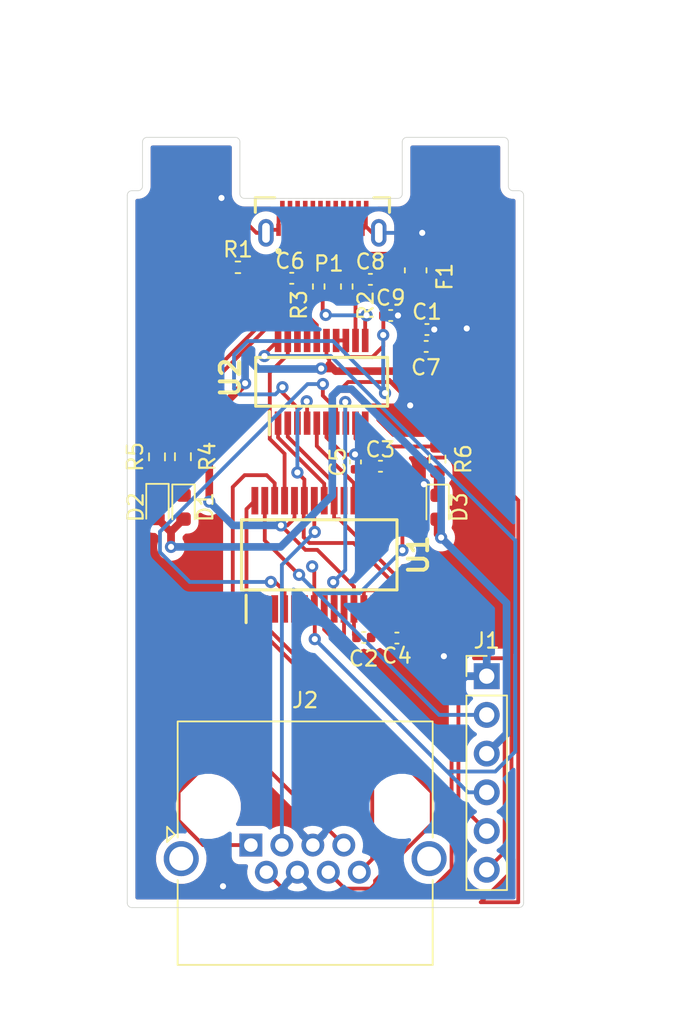
<source format=kicad_pcb>
(kicad_pcb (version 20171130) (host pcbnew "(5.1.10)-1")
  (layers (0 F.Cu signal) (31 B.Cu signal) (34 B.Paste user) (35 F.Paste user) (36 B.SilkS user) (37 F.SilkS user) (38 B.Mask user) (39 F.Mask user) (44 Edge.Cuts user))
  (net 0 "")
  (net 1 Earth)
  (net 2 VBUS)
  (net 3 "Net-(C2-Pad2)")
  (net 4 "Net-(C3-Pad1)")
  (net 5 "Net-(C3-Pad2)")
  (net 6 "Net-(C4-Pad2)")
  (net 7 "Net-(C4-Pad1)")
  (net 8 "Net-(C5-Pad1)")
  (net 9 "Net-(C9-Pad1)")
  (net 10 +3V3)
  (net 11 "Net-(D1-Pad1)")
  (net 12 "Net-(D2-Pad1)")
  (net 13 "Net-(D3-Pad1)")
  (net 14 "Net-(F1-Pad2)")
  (net 15 DTR)
  (net 16 RTS)
  (net 17 RXD)
  (net 18 RI)
  (net 19 DSR)
  (net 20 DCD)
  (net 21 CTS)
  (net 22 TX_LED)
  (net 23 RX_LED)
  (net 24 SLEEP)
  (net 25 TXD)
  (net 26 CTS-232)
  (net 27 RXD-232)
  (net 28 DTR-232)
  (net 29 DCD-232)
  (net 30 TXD-232)
  (net 31 RTS-232)
  (net 32 "Net-(P1-PadA5)")
  (net 33 "Net-(P1-PadB5)")
  (net 34 "Net-(U1-Pad3)")
  (net 35 DSR-232)
  (net 36 "Net-(U1-Pad6)")
  (net 37 RI-232)
  (net 38 /D+)
  (net 39 /D-)
  (net 40 /D_P)
  (net 41 /D_M)
  (net 42 "Net-(R4-Pad2)")
  (module Capacitor_SMD:C_0402_1005Metric (layer F.Cu) (at 158.56 115.38)
    (fp_text reference C1 (at 0 -1.16) (layer F.SilkS))
    (fp_text value 0.1uF)
    (pad 2 smd roundrect (at 0.48 0) (size 0.56 0.62) (layers F.Cu F.Paste F.Mask) (net 1 Earth))
    (pad 1 smd roundrect (at -0.48 0) (size 0.56 0.62) (layers F.Cu F.Paste F.Mask) (net 2 VBUS))
  )
  (module Capacitor_SMD:C_0402_1005Metric (layer F.Cu) (at 154.42 135.58)
    (fp_text reference C2 (at -0.01 1.39) (layer F.SilkS))
    (fp_text value 0.1uF)
    (pad 2 smd roundrect (at 0.48 0) (size 0.56 0.62) (layers F.Cu F.Paste F.Mask) (net 3 "Net-(C2-Pad2)"))
    (pad 1 smd roundrect (at -0.48 0) (size 0.56 0.62) (layers F.Cu F.Paste F.Mask) (net 2 VBUS))
  )
  (module Capacitor_SMD:C_0402_1005Metric (layer F.Cu) (at 155.51 124.35 180)
    (fp_text reference C3 (at 0.01 1.1) (layer F.SilkS))
    (fp_text value 0.1uF)
    (pad 1 smd roundrect (at -0.48 0 180) (size 0.56 0.62) (layers F.Cu F.Paste F.Mask) (net 4 "Net-(C3-Pad1)"))
    (pad 2 smd roundrect (at 0.48 0 180) (size 0.56 0.62) (layers F.Cu F.Paste F.Mask) (net 5 "Net-(C3-Pad2)"))
  )
  (module Capacitor_SMD:C_0402_1005Metric (layer F.Cu) (at 156.59 135.62 180)
    (fp_text reference C4 (at 0 -1.16) (layer F.SilkS))
    (fp_text value 0.1uF)
    (pad 2 smd roundrect (at 0.48 0 180) (size 0.56 0.62) (layers F.Cu F.Paste F.Mask) (net 6 "Net-(C4-Pad2)"))
    (pad 1 smd roundrect (at -0.48 0 180) (size 0.56 0.62) (layers F.Cu F.Paste F.Mask) (net 7 "Net-(C4-Pad1)"))
  )
  (module Capacitor_SMD:C_0402_1005Metric (layer F.Cu) (at 153.87 124.07 90)
    (fp_text reference C5 (at 0 -1.16 90) (layer F.SilkS))
    (fp_text value 0.1uF)
    (pad 1 smd roundrect (at -0.48 0 90) (size 0.56 0.62) (layers F.Cu F.Paste F.Mask) (net 8 "Net-(C5-Pad1)"))
    (pad 2 smd roundrect (at 0.48 0 90) (size 0.56 0.62) (layers F.Cu F.Paste F.Mask) (net 1 Earth))
  )
  (module Capacitor_SMD:C_0402_1005Metric (layer F.Cu) (at 149.69 112.02 180)
    (fp_text reference C6 (at 0.11 1.13) (layer F.SilkS))
    (fp_text value 27pF)
    (pad 2 smd roundrect (at 0.48 0 180) (size 0.56 0.62) (layers F.Cu F.Paste F.Mask) (net 1 Earth))
    (pad 1 smd roundrect (at -0.48 0 180) (size 0.56 0.62) (layers F.Cu F.Paste F.Mask) (net 38 /D+))
  )
  (module Capacitor_SMD:C_0402_1005Metric (layer F.Cu) (at 158.51 116.49)
    (fp_text reference C7 (at -0.02 1.38) (layer F.SilkS))
    (fp_text value 10uF)
    (pad 1 smd roundrect (at -0.48 0) (size 0.56 0.62) (layers F.Cu F.Paste F.Mask) (net 2 VBUS))
    (pad 2 smd roundrect (at 0.48 0) (size 0.56 0.62) (layers F.Cu F.Paste F.Mask) (net 1 Earth))
  )
  (module Capacitor_SMD:C_0402_1005Metric (layer F.Cu) (at 154.85 112.09)
    (fp_text reference C8 (at 0 -1.16) (layer F.SilkS))
    (fp_text value 27pF)
    (pad 1 smd roundrect (at -0.48 0) (size 0.56 0.62) (layers F.Cu F.Paste F.Mask) (net 39 /D-))
    (pad 2 smd roundrect (at 0.48 0) (size 0.56 0.62) (layers F.Cu F.Paste F.Mask) (net 1 Earth))
  )
  (module Capacitor_SMD:C_0402_1005Metric (layer F.Cu) (at 156.18 114.46)
    (fp_text reference C9 (at 0 -1.16) (layer F.SilkS))
    (fp_text value 0.1uF)
    (pad 1 smd roundrect (at -0.48 0) (size 0.56 0.62) (layers F.Cu F.Paste F.Mask) (net 9 "Net-(C9-Pad1)"))
    (pad 2 smd roundrect (at 0.48 0) (size 0.56 0.62) (layers F.Cu F.Paste F.Mask) (net 1 Earth))
  )
  (module LED_SMD:LED_0603_1608Metric (layer F.Cu) (at 142.59 127.03 270)
    (fp_text reference D1 (at 0 -1.43 90) (layer F.SilkS))
    (fp_text value ORANGE)
    (pad 2 smd roundrect (at 0.7875 0 270) (size 0.875 0.95) (layers F.Cu F.Paste F.Mask) (net 10 +3V3))
    (pad 1 smd roundrect (at -0.7875 0 270) (size 0.875 0.95) (layers F.Cu F.Paste F.Mask) (net 11 "Net-(D1-Pad1)"))
  )
  (module LED_SMD:LED_0603_1608Metric (layer F.Cu) (at 140.88 126.99 270)
    (fp_text reference D2 (at 0.05 1.43 90) (layer F.SilkS))
    (fp_text value RED)
    (pad 1 smd roundrect (at -0.7875 0 270) (size 0.875 0.95) (layers F.Cu F.Paste F.Mask) (net 12 "Net-(D2-Pad1)"))
    (pad 2 smd roundrect (at 0.7875 0 270) (size 0.875 0.95) (layers F.Cu F.Paste F.Mask) (net 10 +3V3))
  )
  (module LED_SMD:LED_0603_1608Metric (layer F.Cu) (at 159.26 127.04 270)
    (fp_text reference D3 (at 0 -1.43 90) (layer F.SilkS))
    (fp_text value YELLOW)
    (pad 1 smd roundrect (at -0.7875 0 270) (size 0.875 0.95) (layers F.Cu F.Paste F.Mask) (net 13 "Net-(D3-Pad1)"))
    (pad 2 smd roundrect (at 0.7875 0 270) (size 0.875 0.95) (layers F.Cu F.Paste F.Mask) (net 10 +3V3))
  )
  (module Fuse:Fuse_0805_2012Metric_Castellated (layer F.Cu) (at 157.82 111.5 90)
    (fp_text reference F1 (at -0.42 1.9 90) (layer F.SilkS))
    (fp_text value "0.5A CONT, 1A TRIP")
    (pad 1 smd roundrect (at -0.9625 0 90) (size 1.325 1.3) (layers F.Cu F.Paste F.Mask) (roundrect_rratio 0.1923076923076923) (net 2 VBUS))
    (pad 2 smd roundrect (at 0.9625 0 90) (size 1.325 1.3) (layers F.Cu F.Paste F.Mask) (roundrect_rratio 0.1923076923076923) (net 14 "Net-(F1-Pad2)"))
  )
  (module SamacSys_Parts:SOP64P599X175-20N (layer F.Cu) (at 151.65 118.81 90)
    (fp_text reference U2 (at 0.27 -5.99 90) (layer F.SilkS) (effects (font (size 1.27 1.27) (thickness 0.254))))
    (fp_text value FT231XS-R hide)
    (pad 1 smd rect (at -2.712 -2.858 180) (size 0.435 1.526) (layers F.Cu F.Paste F.Mask) (net 15 DTR))
    (pad 2 smd rect (at -2.712 -2.222 180) (size 0.435 1.526) (layers F.Cu F.Paste F.Mask) (net 16 RTS))
    (pad 3 smd rect (at -2.712 -1.588 180) (size 0.435 1.526) (layers F.Cu F.Paste F.Mask) (net 9 "Net-(C9-Pad1)"))
    (pad 4 smd rect (at -2.712 -0.952 180) (size 0.435 1.526) (layers F.Cu F.Paste F.Mask) (net 17 RXD))
    (pad 5 smd rect (at -2.712 -0.318 180) (size 0.435 1.526) (layers F.Cu F.Paste F.Mask) (net 18 RI))
    (pad 6 smd rect (at -2.712 0.318 180) (size 0.435 1.526) (layers F.Cu F.Paste F.Mask) (net 1 Earth))
    (pad 7 smd rect (at -2.712 0.952 180) (size 0.435 1.526) (layers F.Cu F.Paste F.Mask) (net 19 DSR))
    (pad 8 smd rect (at -2.712 1.588 180) (size 0.435 1.526) (layers F.Cu F.Paste F.Mask) (net 20 DCD))
    (pad 9 smd rect (at -2.712 2.222 180) (size 0.435 1.526) (layers F.Cu F.Paste F.Mask) (net 21 CTS))
    (pad 10 smd rect (at -2.712 2.858 180) (size 0.435 1.526) (layers F.Cu F.Paste F.Mask) (net 22 TX_LED))
    (pad 11 smd rect (at 2.712 2.858 180) (size 0.435 1.526) (layers F.Cu F.Paste F.Mask) (net 40 /D_P))
    (pad 12 smd rect (at 2.712 2.222 180) (size 0.435 1.526) (layers F.Cu F.Paste F.Mask) (net 41 /D_M))
    (pad 13 smd rect (at 2.712 1.588 180) (size 0.435 1.526) (layers F.Cu F.Paste F.Mask) (net 9 "Net-(C9-Pad1)"))
    (pad 14 smd rect (at 2.712 0.952 180) (size 0.435 1.526) (layers F.Cu F.Paste F.Mask) (net 9 "Net-(C9-Pad1)"))
    (pad 15 smd rect (at 2.712 0.318 180) (size 0.435 1.526) (layers F.Cu F.Paste F.Mask) (net 2 VBUS))
    (pad 16 smd rect (at 2.712 -0.318 180) (size 0.435 1.526) (layers F.Cu F.Paste F.Mask) (net 1 Earth))
    (pad 17 smd rect (at 2.712 -0.952 180) (size 0.435 1.526) (layers F.Cu F.Paste F.Mask) (net 23 RX_LED))
    (pad 18 smd rect (at 2.712 -1.588 180) (size 0.435 1.526) (layers F.Cu F.Paste F.Mask) (net 42 "Net-(R4-Pad2)"))
    (pad 19 smd rect (at 2.712 -2.222 180) (size 0.435 1.526) (layers F.Cu F.Paste F.Mask) (net 24 SLEEP))
    (pad 20 smd rect (at 2.712 -2.858 180) (size 0.435 1.526) (layers F.Cu F.Paste F.Mask) (net 25 TXD))
  )
  (module Connector_PinHeader_2.54mm:PinHeader_1x06_P2.54mm_Vertical (layer F.Cu) (at 162.48 138.12)
    (fp_text reference J1 (at 0 -2.33) (layer F.SilkS))
    (fp_text value Conn_01x06_Female)
    (pad 1 thru_hole rect (at 0 0) (size 1.7 1.7) (drill 1) (layers *.Cu *.Mask) (net 1 Earth))
    (pad 2 thru_hole oval (at 0 2.54) (size 1.7 1.7) (drill 1) (layers *.Cu *.Mask) (net 21 CTS))
    (pad 3 thru_hole oval (at 0 5.08) (size 1.7 1.7) (drill 1) (layers *.Cu *.Mask) (net 10 +3V3))
    (pad 4 thru_hole oval (at 0 7.62) (size 1.7 1.7) (drill 1) (layers *.Cu *.Mask) (net 25 TXD))
    (pad 5 thru_hole oval (at 0 10.16) (size 1.7 1.7) (drill 1) (layers *.Cu *.Mask) (net 17 RXD))
    (pad 6 thru_hole oval (at 0 12.7) (size 1.7 1.7) (drill 1) (layers *.Cu *.Mask) (net 16 RTS))
  )
  (module Connector_RJ:RJ45_Amphenol_RJHSE5380 (layer F.Cu) (at 147.01 149.2)
    (fp_text reference J2 (at 3.56 -9.5) (layer F.SilkS))
    (fp_text value RJ45)
    (pad 1 thru_hole rect (at 0 0) (size 1.5 1.5) (drill 0.89) (layers *.Cu *.Mask) (net 26 CTS-232))
    (pad 3 thru_hole circle (at 2.032 0) (size 1.5 1.5) (drill 0.89) (layers *.Cu *.Mask) (net 27 RXD-232))
    (pad 5 thru_hole circle (at 4.064 0) (size 1.5 1.5) (drill 0.89) (layers *.Cu *.Mask) (net 1 Earth))
    (pad 7 thru_hole circle (at 6.096 0) (size 1.5 1.5) (drill 0.89) (layers *.Cu *.Mask) (net 28 DTR-232))
    (pad 2 thru_hole circle (at 1.016 1.78) (size 1.5 1.5) (drill 0.89) (layers *.Cu *.Mask) (net 29 DCD-232))
    (pad 4 thru_hole circle (at 3.048 1.78) (size 1.5 1.5) (drill 0.89) (layers *.Cu *.Mask) (net 1 Earth))
    (pad 6 thru_hole circle (at 5.08 1.78) (size 1.5 1.5) (drill 0.89) (layers *.Cu *.Mask) (net 30 TXD-232))
    (pad 8 thru_hole circle (at 7.112 1.78) (size 1.5 1.5) (drill 0.89) (layers *.Cu *.Mask) (net 31 RTS-232))
    (pad "" np_thru_hole circle (at -2.79 -2.54) (size 3.25 3.25) (drill 3.25) (layers *.Cu *.Mask))
    (pad "" np_thru_hole circle (at 9.91 -2.54) (size 3.25 3.25) (drill 3.25) (layers *.Cu *.Mask))
    (pad SH thru_hole circle (at 11.69 0.89) (size 2.3 2.3) (drill 1.57) (layers *.Cu *.Mask))
    (pad SH thru_hole circle (at -4.57 0.89) (size 2.3 2.3) (drill 1.57) (layers *.Cu *.Mask))
  )
  (module "SnapEDA Library:GCT_USB4155-03-C_REVA" (layer F.Cu) (at 151.7 108.09 180)
    (fp_text reference P1 (at -0.42 -2.97 180) (layer F.SilkS))
    (fp_text value USB_C_Plug_USB2.0)
    (fp_poly (pts (xy 3.7 -1.85) (xy 3.674 -1.849) (xy 3.648 -1.847) (xy 3.622 -1.844) (xy 3.596 -1.839) (xy 3.571 -1.833) (xy 3.545 -1.826) (xy 3.521 -1.817) (xy 3.497 -1.807) (xy 3.473 -1.796) (xy 3.45 -1.783) (xy 3.428 -1.769) (xy 3.406 -1.755) (xy 3.385 -1.739) (xy 3.365 -1.722) (xy 3.346 -1.704) (xy 3.328 -1.685) (xy 3.311 -1.665) (xy 3.295 -1.644) (xy 3.281 -1.622) (xy 3.267 -1.6) (xy 3.254 -1.577) (xy 3.243 -1.553) (xy 3.233 -1.529) (xy 3.224 -1.505) (xy 3.217 -1.479) (xy 3.211 -1.454) (xy 3.206 -1.428) (xy 3.203 -1.402) (xy 3.201 -1.376) (xy 3.2 -1.35) (xy 3.2 -0.55) (xy 3.201 -0.524) (xy 3.203 -0.498) (xy 3.206 -0.472) (xy 3.211 -0.446) (xy 3.217 -0.421) (xy 3.224 -0.395) (xy 3.233 -0.371) (xy 3.243 -0.347) (xy 3.254 -0.323) (xy 3.267 -0.3) (xy 3.281 -0.278) (xy 3.295 -0.256) (xy 3.311 -0.235) (xy 3.328 -0.215) (xy 3.346 -0.196) (xy 3.365 -0.178) (xy 3.385 -0.161) (xy 3.406 -0.145) (xy 3.428 -0.131) (xy 3.45 -0.117) (xy 3.473 -0.104) (xy 3.497 -0.093) (xy 3.521 -0.083) (xy 3.545 -0.074) (xy 3.571 -0.067) (xy 3.596 -0.061) (xy 3.622 -0.056) (xy 3.648 -0.053) (xy 3.674 -0.051) (xy 3.7 -0.05) (xy 3.726 -0.051) (xy 3.752 -0.053) (xy 3.778 -0.056) (xy 3.804 -0.061) (xy 3.829 -0.067) (xy 3.855 -0.074) (xy 3.879 -0.083) (xy 3.903 -0.093) (xy 3.927 -0.104) (xy 3.95 -0.117) (xy 3.972 -0.131) (xy 3.994 -0.145) (xy 4.015 -0.161) (xy 4.035 -0.178) (xy 4.054 -0.196) (xy 4.072 -0.215) (xy 4.089 -0.235) (xy 4.105 -0.256) (xy 4.119 -0.278) (xy 4.133 -0.3) (xy 4.146 -0.323) (xy 4.157 -0.347) (xy 4.167 -0.371) (xy 4.176 -0.395) (xy 4.183 -0.421) (xy 4.189 -0.446) (xy 4.194 -0.472) (xy 4.197 -0.498) (xy 4.199 -0.524) (xy 4.2 -0.55) (xy 4.2 -1.35) (xy 4.199 -1.376) (xy 4.197 -1.402) (xy 4.194 -1.428) (xy 4.189 -1.454) (xy 4.183 -1.479) (xy 4.176 -1.505) (xy 4.167 -1.529) (xy 4.157 -1.553) (xy 4.146 -1.577) (xy 4.133 -1.6) (xy 4.119 -1.622) (xy 4.105 -1.644) (xy 4.089 -1.665) (xy 4.072 -1.685) (xy 4.054 -1.704) (xy 4.035 -1.722) (xy 4.015 -1.739) (xy 3.994 -1.755) (xy 3.972 -1.769) (xy 3.95 -1.783) (xy 3.927 -1.796) (xy 3.903 -1.807) (xy 3.879 -1.817) (xy 3.855 -1.826) (xy 3.829 -1.833) (xy 3.804 -1.839) (xy 3.778 -1.844) (xy 3.752 -1.847) (xy 3.726 -1.849) (xy 3.7 -1.85)) (layer B.Cu) (width 0.01))
    (fp_poly (pts (xy 3.7 -1.85) (xy 3.674 -1.849) (xy 3.648 -1.847) (xy 3.622 -1.844) (xy 3.596 -1.839) (xy 3.571 -1.833) (xy 3.545 -1.826) (xy 3.521 -1.817) (xy 3.497 -1.807) (xy 3.473 -1.796) (xy 3.45 -1.783) (xy 3.428 -1.769) (xy 3.406 -1.755) (xy 3.385 -1.739) (xy 3.365 -1.722) (xy 3.346 -1.704) (xy 3.328 -1.685) (xy 3.311 -1.665) (xy 3.295 -1.644) (xy 3.281 -1.622) (xy 3.267 -1.6) (xy 3.254 -1.577) (xy 3.243 -1.553) (xy 3.233 -1.529) (xy 3.224 -1.505) (xy 3.217 -1.479) (xy 3.211 -1.454) (xy 3.206 -1.428) (xy 3.203 -1.402) (xy 3.201 -1.376) (xy 3.2 -1.35) (xy 3.2 -0.55) (xy 3.201 -0.524) (xy 3.203 -0.498) (xy 3.206 -0.472) (xy 3.211 -0.446) (xy 3.217 -0.421) (xy 3.224 -0.395) (xy 3.233 -0.371) (xy 3.243 -0.347) (xy 3.254 -0.323) (xy 3.267 -0.3) (xy 3.281 -0.278) (xy 3.295 -0.256) (xy 3.311 -0.235) (xy 3.328 -0.215) (xy 3.346 -0.196) (xy 3.365 -0.178) (xy 3.385 -0.161) (xy 3.406 -0.145) (xy 3.428 -0.131) (xy 3.45 -0.117) (xy 3.473 -0.104) (xy 3.497 -0.093) (xy 3.521 -0.083) (xy 3.545 -0.074) (xy 3.571 -0.067) (xy 3.596 -0.061) (xy 3.622 -0.056) (xy 3.648 -0.053) (xy 3.674 -0.051) (xy 3.7 -0.05) (xy 3.726 -0.051) (xy 3.752 -0.053) (xy 3.778 -0.056) (xy 3.804 -0.061) (xy 3.829 -0.067) (xy 3.855 -0.074) (xy 3.879 -0.083) (xy 3.903 -0.093) (xy 3.927 -0.104) (xy 3.95 -0.117) (xy 3.972 -0.131) (xy 3.994 -0.145) (xy 4.015 -0.161) (xy 4.035 -0.178) (xy 4.054 -0.196) (xy 4.072 -0.215) (xy 4.089 -0.235) (xy 4.105 -0.256) (xy 4.119 -0.278) (xy 4.133 -0.3) (xy 4.146 -0.323) (xy 4.157 -0.347) (xy 4.167 -0.371) (xy 4.176 -0.395) (xy 4.183 -0.421) (xy 4.189 -0.446) (xy 4.194 -0.472) (xy 4.197 -0.498) (xy 4.199 -0.524) (xy 4.2 -0.55) (xy 4.2 -1.35) (xy 4.199 -1.376) (xy 4.197 -1.402) (xy 4.194 -1.428) (xy 4.189 -1.454) (xy 4.183 -1.479) (xy 4.176 -1.505) (xy 4.167 -1.529) (xy 4.157 -1.553) (xy 4.146 -1.577) (xy 4.133 -1.6) (xy 4.119 -1.622) (xy 4.105 -1.644) (xy 4.089 -1.665) (xy 4.072 -1.685) (xy 4.054 -1.704) (xy 4.035 -1.722) (xy 4.015 -1.739) (xy 3.994 -1.755) (xy 3.972 -1.769) (xy 3.95 -1.783) (xy 3.927 -1.796) (xy 3.903 -1.807) (xy 3.879 -1.817) (xy 3.855 -1.826) (xy 3.829 -1.833) (xy 3.804 -1.839) (xy 3.778 -1.844) (xy 3.752 -1.847) (xy 3.726 -1.849) (xy 3.7 -1.85)) (layer F.Cu) (width 0.01))
    (fp_poly (pts (xy -3.7 -1.85) (xy -3.726 -1.849) (xy -3.752 -1.847) (xy -3.778 -1.844) (xy -3.804 -1.839) (xy -3.829 -1.833) (xy -3.855 -1.826) (xy -3.879 -1.817) (xy -3.903 -1.807) (xy -3.927 -1.796) (xy -3.95 -1.783) (xy -3.972 -1.769) (xy -3.994 -1.755) (xy -4.015 -1.739) (xy -4.035 -1.722) (xy -4.054 -1.704) (xy -4.072 -1.685) (xy -4.089 -1.665) (xy -4.105 -1.644) (xy -4.119 -1.622) (xy -4.133 -1.6) (xy -4.146 -1.577) (xy -4.157 -1.553) (xy -4.167 -1.529) (xy -4.176 -1.505) (xy -4.183 -1.479) (xy -4.189 -1.454) (xy -4.194 -1.428) (xy -4.197 -1.402) (xy -4.199 -1.376) (xy -4.2 -1.35) (xy -4.2 -0.55) (xy -4.199 -0.524) (xy -4.197 -0.498) (xy -4.194 -0.472) (xy -4.189 -0.446) (xy -4.183 -0.421) (xy -4.176 -0.395) (xy -4.167 -0.371) (xy -4.157 -0.347) (xy -4.146 -0.323) (xy -4.133 -0.3) (xy -4.119 -0.278) (xy -4.105 -0.256) (xy -4.089 -0.235) (xy -4.072 -0.215) (xy -4.054 -0.196) (xy -4.035 -0.178) (xy -4.015 -0.161) (xy -3.994 -0.145) (xy -3.972 -0.131) (xy -3.95 -0.117) (xy -3.927 -0.104) (xy -3.903 -0.093) (xy -3.879 -0.083) (xy -3.855 -0.074) (xy -3.829 -0.067) (xy -3.804 -0.061) (xy -3.778 -0.056) (xy -3.752 -0.053) (xy -3.726 -0.051) (xy -3.7 -0.05) (xy -3.674 -0.051) (xy -3.648 -0.053) (xy -3.622 -0.056) (xy -3.596 -0.061) (xy -3.571 -0.067) (xy -3.545 -0.074) (xy -3.521 -0.083) (xy -3.497 -0.093) (xy -3.473 -0.104) (xy -3.45 -0.117) (xy -3.428 -0.131) (xy -3.406 -0.145) (xy -3.385 -0.161) (xy -3.365 -0.178) (xy -3.346 -0.196) (xy -3.328 -0.215) (xy -3.311 -0.235) (xy -3.295 -0.256) (xy -3.281 -0.278) (xy -3.267 -0.3) (xy -3.254 -0.323) (xy -3.243 -0.347) (xy -3.233 -0.371) (xy -3.224 -0.395) (xy -3.217 -0.421) (xy -3.211 -0.446) (xy -3.206 -0.472) (xy -3.203 -0.498) (xy -3.201 -0.524) (xy -3.2 -0.55) (xy -3.2 -1.35) (xy -3.201 -1.376) (xy -3.203 -1.402) (xy -3.206 -1.428) (xy -3.211 -1.454) (xy -3.217 -1.479) (xy -3.224 -1.505) (xy -3.233 -1.529) (xy -3.243 -1.553) (xy -3.254 -1.577) (xy -3.267 -1.6) (xy -3.281 -1.622) (xy -3.295 -1.644) (xy -3.311 -1.665) (xy -3.328 -1.685) (xy -3.346 -1.704) (xy -3.365 -1.722) (xy -3.385 -1.739) (xy -3.406 -1.755) (xy -3.428 -1.769) (xy -3.45 -1.783) (xy -3.473 -1.796) (xy -3.497 -1.807) (xy -3.521 -1.817) (xy -3.545 -1.826) (xy -3.571 -1.833) (xy -3.596 -1.839) (xy -3.622 -1.844) (xy -3.648 -1.847) (xy -3.674 -1.849) (xy -3.7 -1.85)) (layer B.Cu) (width 0.01))
    (fp_poly (pts (xy -3.7 -1.85) (xy -3.726 -1.849) (xy -3.752 -1.847) (xy -3.778 -1.844) (xy -3.804 -1.839) (xy -3.829 -1.833) (xy -3.855 -1.826) (xy -3.879 -1.817) (xy -3.903 -1.807) (xy -3.927 -1.796) (xy -3.95 -1.783) (xy -3.972 -1.769) (xy -3.994 -1.755) (xy -4.015 -1.739) (xy -4.035 -1.722) (xy -4.054 -1.704) (xy -4.072 -1.685) (xy -4.089 -1.665) (xy -4.105 -1.644) (xy -4.119 -1.622) (xy -4.133 -1.6) (xy -4.146 -1.577) (xy -4.157 -1.553) (xy -4.167 -1.529) (xy -4.176 -1.505) (xy -4.183 -1.479) (xy -4.189 -1.454) (xy -4.194 -1.428) (xy -4.197 -1.402) (xy -4.199 -1.376) (xy -4.2 -1.35) (xy -4.2 -0.55) (xy -4.199 -0.524) (xy -4.197 -0.498) (xy -4.194 -0.472) (xy -4.189 -0.446) (xy -4.183 -0.421) (xy -4.176 -0.395) (xy -4.167 -0.371) (xy -4.157 -0.347) (xy -4.146 -0.323) (xy -4.133 -0.3) (xy -4.119 -0.278) (xy -4.105 -0.256) (xy -4.089 -0.235) (xy -4.072 -0.215) (xy -4.054 -0.196) (xy -4.035 -0.178) (xy -4.015 -0.161) (xy -3.994 -0.145) (xy -3.972 -0.131) (xy -3.95 -0.117) (xy -3.927 -0.104) (xy -3.903 -0.093) (xy -3.879 -0.083) (xy -3.855 -0.074) (xy -3.829 -0.067) (xy -3.804 -0.061) (xy -3.778 -0.056) (xy -3.752 -0.053) (xy -3.726 -0.051) (xy -3.7 -0.05) (xy -3.674 -0.051) (xy -3.648 -0.053) (xy -3.622 -0.056) (xy -3.596 -0.061) (xy -3.571 -0.067) (xy -3.545 -0.074) (xy -3.521 -0.083) (xy -3.497 -0.093) (xy -3.473 -0.104) (xy -3.45 -0.117) (xy -3.428 -0.131) (xy -3.406 -0.145) (xy -3.385 -0.161) (xy -3.365 -0.178) (xy -3.346 -0.196) (xy -3.328 -0.215) (xy -3.311 -0.235) (xy -3.295 -0.256) (xy -3.281 -0.278) (xy -3.267 -0.3) (xy -3.254 -0.323) (xy -3.243 -0.347) (xy -3.233 -0.371) (xy -3.224 -0.395) (xy -3.217 -0.421) (xy -3.211 -0.446) (xy -3.206 -0.472) (xy -3.203 -0.498) (xy -3.201 -0.524) (xy -3.2 -0.55) (xy -3.2 -1.35) (xy -3.201 -1.376) (xy -3.203 -1.402) (xy -3.206 -1.428) (xy -3.211 -1.454) (xy -3.217 -1.479) (xy -3.224 -1.505) (xy -3.233 -1.529) (xy -3.243 -1.553) (xy -3.254 -1.577) (xy -3.267 -1.6) (xy -3.281 -1.622) (xy -3.295 -1.644) (xy -3.311 -1.665) (xy -3.328 -1.685) (xy -3.346 -1.704) (xy -3.365 -1.722) (xy -3.385 -1.739) (xy -3.406 -1.755) (xy -3.428 -1.769) (xy -3.45 -1.783) (xy -3.473 -1.796) (xy -3.497 -1.807) (xy -3.521 -1.817) (xy -3.545 -1.826) (xy -3.571 -1.833) (xy -3.596 -1.839) (xy -3.622 -1.844) (xy -3.648 -1.847) (xy -3.674 -1.849) (xy -3.7 -1.85)) (layer F.Cu) (width 0.01))
    (pad A1 smd rect (at 2.875 -0.75 180) (size 0.3 0.8) (layers F.Cu F.Paste F.Mask) (net 1 Earth))
    (pad A2 smd rect (at 2.375 -0.75 180) (size 0.3 0.8) (layers F.Cu F.Paste F.Mask))
    (pad A3 smd rect (at 1.875 -0.75 180) (size 0.3 0.8) (layers F.Cu F.Paste F.Mask))
    (pad A4 smd rect (at 1.375 -0.75 180) (size 0.3 0.8) (layers F.Cu F.Paste F.Mask) (net 14 "Net-(F1-Pad2)"))
    (pad A5 smd rect (at 0.875 -0.75 180) (size 0.3 0.8) (layers F.Cu F.Paste F.Mask) (net 32 "Net-(P1-PadA5)"))
    (pad A6 smd rect (at 0.375 -0.75 180) (size 0.3 0.8) (layers F.Cu F.Paste F.Mask) (net 38 /D+))
    (pad A7 smd rect (at -0.125 -0.75 180) (size 0.3 0.8) (layers F.Cu F.Paste F.Mask) (net 39 /D-))
    (pad A8 smd rect (at -0.625 -0.75 180) (size 0.3 0.8) (layers F.Cu F.Paste F.Mask))
    (pad A9 smd rect (at -1.125 -0.75 180) (size 0.3 0.8) (layers F.Cu F.Paste F.Mask) (net 14 "Net-(F1-Pad2)"))
    (pad A10 smd rect (at -1.625 -0.75 180) (size 0.3 0.8) (layers F.Cu F.Paste F.Mask))
    (pad A11 smd rect (at -2.125 -0.75 180) (size 0.3 0.8) (layers F.Cu F.Paste F.Mask))
    (pad A12 smd rect (at -2.625 -0.75 180) (size 0.3 0.8) (layers F.Cu F.Paste F.Mask) (net 1 Earth))
    (pad B1 smd rect (at -2.875 0.75 180) (size 0.3 0.8) (layers F.Cu F.Paste F.Mask) (net 1 Earth))
    (pad B2 smd rect (at -2.375 0.75 180) (size 0.3 0.8) (layers F.Cu F.Paste F.Mask))
    (pad B3 smd rect (at -1.875 0.75 180) (size 0.3 0.8) (layers F.Cu F.Paste F.Mask))
    (pad B4 smd rect (at -1.375 0.75 180) (size 0.3 0.8) (layers F.Cu F.Paste F.Mask) (net 14 "Net-(F1-Pad2)"))
    (pad B5 smd rect (at -0.875 0.75 180) (size 0.3 0.8) (layers F.Cu F.Paste F.Mask) (net 33 "Net-(P1-PadB5)"))
    (pad B6 smd rect (at -0.375 0.75 180) (size 0.3 0.8) (layers F.Cu F.Paste F.Mask))
    (pad B7 smd rect (at 0.125 0.75 180) (size 0.3 0.8) (layers F.Cu F.Paste F.Mask))
    (pad B8 smd rect (at 0.625 0.75 180) (size 0.3 0.8) (layers F.Cu F.Paste F.Mask))
    (pad B9 smd rect (at 1.125 0.75 180) (size 0.3 0.8) (layers F.Cu F.Paste F.Mask) (net 14 "Net-(F1-Pad2)"))
    (pad B10 smd rect (at 1.625 0.75 180) (size 0.3 0.8) (layers F.Cu F.Paste F.Mask))
    (pad B11 smd rect (at 2.125 0.75 180) (size 0.3 0.8) (layers F.Cu F.Paste F.Mask))
    (pad B12 smd rect (at 2.625 0.75 180) (size 0.3 0.8) (layers F.Cu F.Paste F.Mask) (net 1 Earth))
    (pad S1 thru_hole oval (at -3.7 -0.95 180) (size 0.8 1.6) (drill oval 0.5 1.3) (layers *.Cu) (net 1 Earth))
    (pad S1 thru_hole oval (at 3.7 -0.95 180) (size 0.8 1.6) (drill oval 0.5 1.3) (layers *.Cu) (net 1 Earth))
  )
  (module Resistor_SMD:R_0402_1005Metric (layer F.Cu) (at 146.16 111.3)
    (fp_text reference R1 (at 0 -1.17) (layer F.SilkS))
    (fp_text value 5.1k)
    (pad 1 smd roundrect (at -0.51 0) (size 0.54 0.64) (layers F.Cu F.Paste F.Mask) (net 1 Earth))
    (pad 2 smd roundrect (at 0.51 0) (size 0.54 0.64) (layers F.Cu F.Paste F.Mask) (net 32 "Net-(P1-PadA5)"))
  )
  (module Resistor_SMD:R_0402_1005Metric (layer F.Cu) (at 153.3 112.56 270)
    (fp_text reference R2 (at 1.25 -1.24 90) (layer F.SilkS))
    (fp_text value 27R)
    (pad 1 smd roundrect (at -0.51 0 270) (size 0.54 0.64) (layers F.Cu F.Paste F.Mask) (net 39 /D-))
    (pad 2 smd roundrect (at 0.51 0 270) (size 0.54 0.64) (layers F.Cu F.Paste F.Mask) (net 41 /D_M))
  )
  (module Resistor_SMD:R_0402_1005Metric (layer F.Cu) (at 151.46 112.56 90)
    (fp_text reference R3 (at -1.21 -1.29 90) (layer F.SilkS))
    (fp_text value 27R)
    (pad 2 smd roundrect (at 0.51 0 90) (size 0.54 0.64) (layers F.Cu F.Paste F.Mask) (net 38 /D+))
    (pad 1 smd roundrect (at -0.51 0 90) (size 0.54 0.64) (layers F.Cu F.Paste F.Mask) (net 40 /D_P))
  )
  (module Resistor_SMD:R_0603_1608Metric (layer F.Cu) (at 142.55 123.725 90)
    (fp_text reference R4 (at 0.015 1.61 90) (layer F.SilkS))
    (fp_text value 1k)
    (pad 1 smd roundrect (at -0.825 0 90) (size 0.8 0.95) (layers F.Cu F.Paste F.Mask) (net 11 "Net-(D1-Pad1)"))
    (pad 2 smd roundrect (at 0.825 0 90) (size 0.8 0.95) (layers F.Cu F.Paste F.Mask) (net 42 "Net-(R4-Pad2)"))
  )
  (module Resistor_SMD:R_0603_1608Metric (layer F.Cu) (at 140.85 123.735 90)
    (fp_text reference R5 (at 0 -1.43 90) (layer F.SilkS))
    (fp_text value 1k)
    (pad 1 smd roundrect (at -0.825 0 90) (size 0.8 0.95) (layers F.Cu F.Paste F.Mask) (net 12 "Net-(D2-Pad1)"))
    (pad 2 smd roundrect (at 0.825 0 90) (size 0.8 0.95) (layers F.Cu F.Paste F.Mask) (net 23 RX_LED))
  )
  (module Resistor_SMD:R_0603_1608Metric (layer F.Cu) (at 159.25 123.88 90)
    (fp_text reference R6 (at 0 1.7 90) (layer F.SilkS))
    (fp_text value 1k)
    (pad 2 smd roundrect (at 0.825 0 90) (size 0.8 0.95) (layers F.Cu F.Paste F.Mask) (net 22 TX_LED))
    (pad 1 smd roundrect (at -0.825 0 90) (size 0.8 0.95) (layers F.Cu F.Paste F.Mask) (net 13 "Net-(D3-Pad1)"))
  )
  (module SamacSys_Parts:SOP65P780X200-28N (layer F.Cu) (at 151.495 130.16 90)
    (fp_text reference U1 (at -0.01 6.505 90) (layer F.SilkS) (effects (font (size 1.27 1.27) (thickness 0.254))))
    (fp_text value HIN213EIAZ hide)
    (pad 1 smd rect (at -3.55 -4.225 180) (size 0.45 1.8) (layers F.Cu F.Paste F.Mask) (net 31 RTS-232))
    (pad 2 smd rect (at -3.55 -3.575 180) (size 0.45 1.8) (layers F.Cu F.Paste F.Mask) (net 30 TXD-232))
    (pad 3 smd rect (at -3.55 -2.925 180) (size 0.45 1.8) (layers F.Cu F.Paste F.Mask) (net 34 "Net-(U1-Pad3)"))
    (pad 4 smd rect (at -3.55 -2.275 180) (size 0.45 1.8) (layers F.Cu F.Paste F.Mask) (net 19 DSR))
    (pad 5 smd rect (at -3.55 -1.625 180) (size 0.45 1.8) (layers F.Cu F.Paste F.Mask) (net 35 DSR-232))
    (pad 6 smd rect (at -3.55 -0.975 180) (size 0.45 1.8) (layers F.Cu F.Paste F.Mask) (net 36 "Net-(U1-Pad6)"))
    (pad 7 smd rect (at -3.55 -0.325 180) (size 0.45 1.8) (layers F.Cu F.Paste F.Mask) (net 25 TXD))
    (pad 8 smd rect (at -3.55 0.325 180) (size 0.45 1.8) (layers F.Cu F.Paste F.Mask) (net 29 DCD-232))
    (pad 9 smd rect (at -3.55 0.975 180) (size 0.45 1.8) (layers F.Cu F.Paste F.Mask) (net 20 DCD))
    (pad 10 smd rect (at -3.55 1.625 180) (size 0.45 1.8) (layers F.Cu F.Paste F.Mask) (net 1 Earth))
    (pad 11 smd rect (at -3.55 2.275 180) (size 0.45 1.8) (layers F.Cu F.Paste F.Mask) (net 2 VBUS))
    (pad 12 smd rect (at -3.55 2.925 180) (size 0.45 1.8) (layers F.Cu F.Paste F.Mask) (net 7 "Net-(C4-Pad1)"))
    (pad 13 smd rect (at -3.55 3.575 180) (size 0.45 1.8) (layers F.Cu F.Paste F.Mask) (net 3 "Net-(C2-Pad2)"))
    (pad 14 smd rect (at -3.55 4.225 180) (size 0.45 1.8) (layers F.Cu F.Paste F.Mask) (net 6 "Net-(C4-Pad2)"))
    (pad 15 smd rect (at 3.55 4.225 180) (size 0.45 1.8) (layers F.Cu F.Paste F.Mask) (net 4 "Net-(C3-Pad1)"))
    (pad 16 smd rect (at 3.55 3.575 180) (size 0.45 1.8) (layers F.Cu F.Paste F.Mask) (net 5 "Net-(C3-Pad2)"))
    (pad 17 smd rect (at 3.55 2.925 180) (size 0.45 1.8) (layers F.Cu F.Paste F.Mask) (net 8 "Net-(C5-Pad1)"))
    (pad 18 smd rect (at 3.55 2.275 180) (size 0.45 1.8) (layers F.Cu F.Paste F.Mask) (net 18 RI))
    (pad 19 smd rect (at 3.55 1.625 180) (size 0.45 1.8) (layers F.Cu F.Paste F.Mask) (net 37 RI-232))
    (pad 20 smd rect (at 3.55 0.975 180) (size 0.45 1.8) (layers F.Cu F.Paste F.Mask) (net 16 RTS))
    (pad 21 smd rect (at 3.55 0.325 180) (size 0.45 1.8) (layers F.Cu F.Paste F.Mask) (net 15 DTR))
    (pad 22 smd rect (at 3.55 -0.325 180) (size 0.45 1.8) (layers F.Cu F.Paste F.Mask) (net 27 RXD-232))
    (pad 23 smd rect (at 3.55 -0.975 180) (size 0.45 1.8) (layers F.Cu F.Paste F.Mask) (net 17 RXD))
    (pad 24 smd rect (at 3.55 -1.625 180) (size 0.45 1.8) (layers F.Cu F.Paste F.Mask) (net 2 VBUS))
    (pad 25 smd rect (at 3.55 -2.275 180) (size 0.45 1.8) (layers F.Cu F.Paste F.Mask) (net 24 SLEEP))
    (pad 26 smd rect (at 3.55 -2.925 180) (size 0.45 1.8) (layers F.Cu F.Paste F.Mask) (net 26 CTS-232))
    (pad 27 smd rect (at 3.55 -3.575 180) (size 0.45 1.8) (layers F.Cu F.Paste F.Mask) (net 21 CTS))
    (pad 28 smd rect (at 3.55 -4.225 180) (size 0.45 1.8) (layers F.Cu F.Paste F.Mask) (net 28 DTR-232))
  )
  (gr_line (start 138.9 106.575) (end 138.9 153) (layer Edge.Cuts) (width 0.05))
  (gr_arc (start 156.64 106.48) (end 156.64 106.78) (angle -90) (layer Edge.Cuts) (width 0.05))
  (gr_line (start 164.2 106.275) (end 164.6 106.275) (layer Edge.Cuts) (width 0.05))
  (gr_arc (start 146.59 106.48) (end 146.29 106.48) (angle -90) (layer Edge.Cuts) (width 0.05))
  (gr_arc (start 164.2 105.975) (end 164.2 106.275) (angle 90) (layer Edge.Cuts) (width 0.05))
  (gr_line (start 156.94 106.48) (end 156.94 103.075) (layer Edge.Cuts) (width 0.05))
  (gr_line (start 156.64 106.78) (end 146.59 106.78) (layer Edge.Cuts) (width 0.05))
  (gr_arc (start 157.24 103.075) (end 157.24 102.775) (angle -90) (layer Edge.Cuts) (width 0.05))
  (gr_arc (start 140.2 103.075) (end 140.2 102.775) (angle -90) (layer Edge.Cuts) (width 0.05))
  (gr_arc (start 163.6 103.075) (end 163.9 103.075) (angle -90) (layer Edge.Cuts) (width 0.05))
  (gr_arc (start 139.2 153) (end 138.9 153) (angle -90) (layer Edge.Cuts) (width 0.05))
  (gr_line (start 164.9 106.575) (end 164.9 153) (layer Edge.Cuts) (width 0.05))
  (gr_line (start 139.2 106.275) (end 139.6 106.275) (layer Edge.Cuts) (width 0.05))
  (gr_line (start 163.9 105.975) (end 163.9 103.075) (layer Edge.Cuts) (width 0.05))
  (gr_line (start 157.24 102.775) (end 163.6 102.775) (layer Edge.Cuts) (width 0.05))
  (gr_line (start 146.29 103.075) (end 146.29 106.48) (layer Edge.Cuts) (width 0.05))
  (gr_arc (start 139.2 106.575) (end 138.9 106.575) (angle 90) (layer Edge.Cuts) (width 0.05))
  (gr_arc (start 145.99 103.075) (end 146.29 103.075) (angle -90) (layer Edge.Cuts) (width 0.05))
  (gr_line (start 139.2 153.3) (end 164.6 153.3) (layer Edge.Cuts) (width 0.05))
  (gr_arc (start 164.6 106.575) (end 164.6 106.275) (angle 90) (layer Edge.Cuts) (width 0.05))
  (gr_arc (start 139.6 105.975) (end 139.9 105.975) (angle 90) (layer Edge.Cuts) (width 0.05))
  (gr_line (start 139.9 105.975) (end 139.9 103.075) (layer Edge.Cuts) (width 0.05))
  (gr_line (start 145.99 102.775) (end 140.2 102.775) (layer Edge.Cuts) (width 0.05))
  (gr_arc (start 164.6 153) (end 164.6 153.3) (angle -90) (layer Edge.Cuts) (width 0.05))
  (via (at 153.84 123.57) (size 0.8) (drill 0.4) (layers F.Cu B.Cu) (net 1))
  (via (at 161.17 115.31) (size 0.8) (drill 0.4) (layers F.Cu B.Cu) (net 1))
  (via (at 145.08 106.75) (size 0.8) (drill 0.4) (layers F.Cu B.Cu) (net 1))
  (via (at 158.36 125.53) (size 0.8) (drill 0.4) (layers F.Cu B.Cu) (net 1))
  (segment (start 149.21 112.96018) (end 149.21 112.02) (width 0.25) (layer F.Cu) (net 1))
  (segment (start 151.332 115.08218) (end 149.21 112.96018) (width 0.25) (layer F.Cu) (net 1))
  (segment (start 151.332 116.098) (end 151.332 115.08218) (width 0.25) (layer F.Cu) (net 1))
  (via (at 145.18 151.9) (size 0.8) (drill 0.4) (layers F.Cu B.Cu) (net 1))
  (segment (start 148.825 107.59) (end 149.075 107.34) (width 0.25) (layer F.Cu) (net 1))
  (segment (start 148.825 108.84) (end 148.825 107.59) (width 0.25) (layer F.Cu) (net 1))
  (segment (start 154.325 108.84) (end 154.550001 108.614999) (width 0.25) (layer F.Cu) (net 1))
  (segment (start 154.550001 107.364999) (end 154.575 107.34) (width 0.25) (layer F.Cu) (net 1))
  (segment (start 154.550001 108.614999) (end 154.550001 107.364999) (width 0.25) (layer F.Cu) (net 1))
  (segment (start 155.4 109.04) (end 158.25 109.04) (width 0.25) (layer B.Cu) (net 1))
  (via (at 158.25 109.04) (size 0.8) (drill 0.4) (layers F.Cu B.Cu) (net 1))
  (segment (start 154.975002 109.04) (end 154.550001 108.614999) (width 0.25) (layer F.Cu) (net 1))
  (segment (start 155.4 109.04) (end 154.975002 109.04) (width 0.25) (layer F.Cu) (net 1))
  (segment (start 148.2 108.84) (end 148 109.04) (width 0.25) (layer F.Cu) (net 1))
  (segment (start 148.825 108.84) (end 148.2 108.84) (width 0.25) (layer F.Cu) (net 1))
  (segment (start 147.37 109.04) (end 145.08 106.75) (width 0.25) (layer F.Cu) (net 1))
  (segment (start 148 109.04) (end 147.37 109.04) (width 0.25) (layer F.Cu) (net 1))
  (segment (start 151.968 122.453502) (end 151.968 121.522) (width 0.25) (layer F.Cu) (net 1))
  (segment (start 153.104498 123.59) (end 151.968 122.453502) (width 0.25) (layer F.Cu) (net 1))
  (segment (start 153.87 123.59) (end 153.104498 123.59) (width 0.25) (layer F.Cu) (net 1))
  (segment (start 160.05001 115.437616) (end 156.767626 118.72) (width 0.25) (layer F.Cu) (net 1))
  (segment (start 160.05001 123.472468) (end 160.05001 115.437616) (width 0.25) (layer F.Cu) (net 1))
  (segment (start 159.742468 123.78001) (end 160.05001 123.472468) (width 0.25) (layer F.Cu) (net 1))
  (segment (start 158.757532 123.78001) (end 159.742468 123.78001) (width 0.25) (layer F.Cu) (net 1))
  (segment (start 158.36 124.177542) (end 158.757532 123.78001) (width 0.25) (layer F.Cu) (net 1))
  (segment (start 158.36 125.53) (end 158.36 124.177542) (width 0.25) (layer F.Cu) (net 1))
  (segment (start 164.54999 126.586822) (end 164.54999 152.94999) (width 0.25) (layer F.Cu) (net 1))
  (segment (start 156.683168 118.72) (end 164.54999 126.586822) (width 0.25) (layer F.Cu) (net 1))
  (segment (start 164.54999 152.94999) (end 162.089012 152.94999) (width 0.25) (layer F.Cu) (net 1))
  (segment (start 156.767626 118.72) (end 156.683168 118.72) (width 0.25) (layer F.Cu) (net 1))
  (segment (start 164.105011 126.692533) (end 156.097487 118.685009) (width 0.25) (layer F.Cu) (net 1))
  (segment (start 164.105011 150.933991) (end 164.105011 126.692533) (width 0.25) (layer F.Cu) (net 1))
  (segment (start 162.089012 152.94999) (end 164.105011 150.933991) (width 0.25) (layer F.Cu) (net 1))
  (segment (start 156.097487 118.685009) (end 156.018011 118.685009) (width 0.25) (layer F.Cu) (net 1))
  (segment (start 157.46 120.126998) (end 157.46 120.36) (width 0.25) (layer F.Cu) (net 1))
  (segment (start 156.018011 118.685009) (end 157.46 120.126998) (width 0.25) (layer F.Cu) (net 1))
  (via (at 157.46 120.36) (size 0.8) (drill 0.4) (layers F.Cu B.Cu) (net 1))
  (segment (start 161.17 116.084315) (end 161.17 115.31) (width 0.25) (layer B.Cu) (net 1))
  (segment (start 157.46 119.794315) (end 161.17 116.084315) (width 0.25) (layer B.Cu) (net 1))
  (segment (start 157.46 120.36) (end 157.46 119.794315) (width 0.25) (layer B.Cu) (net 1))
  (segment (start 153.548001 119.414999) (end 152.795001 119.414999) (width 0.25) (layer F.Cu) (net 1))
  (segment (start 154.493002 120.36) (end 153.548001 119.414999) (width 0.25) (layer F.Cu) (net 1))
  (segment (start 157.46 120.36) (end 154.493002 120.36) (width 0.25) (layer F.Cu) (net 1))
  (segment (start 159.04 116.447626) (end 159.04 115.38) (width 0.25) (layer F.Cu) (net 1))
  (segment (start 156.662627 118.824999) (end 159.04 116.447626) (width 0.25) (layer F.Cu) (net 1))
  (via (at 159.04 115.38) (size 0.8) (drill 0.4) (layers F.Cu B.Cu) (net 1))
  (segment (start 153.385001 118.824999) (end 156.662627 118.824999) (width 0.25) (layer F.Cu) (net 1))
  (segment (start 152.795001 119.414999) (end 153.385001 118.824999) (width 0.25) (layer F.Cu) (net 1))
  (via (at 156.66 114.46) (size 0.8) (drill 0.4) (layers F.Cu B.Cu) (net 1))
  (segment (start 157.58 115.38) (end 156.66 114.46) (width 0.25) (layer B.Cu) (net 1))
  (segment (start 159.04 115.38) (end 157.58 115.38) (width 0.25) (layer B.Cu) (net 1))
  (via (at 159.67 136.81) (size 0.8) (drill 0.4) (layers F.Cu B.Cu) (net 1))
  (segment (start 154.202374 136.81) (end 159.67 136.81) (width 0.25) (layer F.Cu) (net 1))
  (segment (start 153.12 135.727626) (end 154.202374 136.81) (width 0.25) (layer F.Cu) (net 1))
  (segment (start 153.12 133.71) (end 153.12 135.727626) (width 0.25) (layer F.Cu) (net 1))
  (segment (start 153.77 135.41) (end 153.77 133.71) (width 0.25) (layer F.Cu) (net 2))
  (segment (start 153.94 135.58) (end 153.77 135.41) (width 0.25) (layer F.Cu) (net 2))
  (segment (start 158.08 116.44) (end 158.03 116.49) (width 0.5) (layer F.Cu) (net 2))
  (segment (start 158.08 115.38) (end 158.08 116.44) (width 0.5) (layer F.Cu) (net 2))
  (segment (start 158.08 112.7225) (end 157.82 112.4625) (width 0.5) (layer F.Cu) (net 2))
  (segment (start 158.08 115.38) (end 158.08 112.7225) (width 0.5) (layer F.Cu) (net 2))
  (segment (start 156.410001 118.109999) (end 152.569999 118.109999) (width 0.5) (layer F.Cu) (net 2))
  (segment (start 158.03 116.49) (end 156.410001 118.109999) (width 0.5) (layer F.Cu) (net 2))
  (segment (start 151.968 117.158) (end 151.968 116.098) (width 0.25) (layer F.Cu) (net 2))
  (segment (start 152.15 117.34) (end 151.968 117.158) (width 0.25) (layer F.Cu) (net 2))
  (segment (start 152.15 117.69) (end 152.15 117.34) (width 0.25) (layer F.Cu) (net 2))
  (via (at 148.98 128.23) (size 0.8) (drill 0.4) (layers F.Cu B.Cu) (net 2))
  (segment (start 149.4 128.23) (end 148.98 128.23) (width 0.25) (layer F.Cu) (net 2))
  (segment (start 149.87 127.76) (end 149.4 128.23) (width 0.25) (layer F.Cu) (net 2))
  (segment (start 149.87 126.61) (end 149.87 127.76) (width 0.25) (layer F.Cu) (net 2))
  (via (at 144.28 126.67) (size 0.8) (drill 0.4) (layers F.Cu B.Cu) (net 2))
  (segment (start 145.84 128.23) (end 144.28 126.67) (width 0.5) (layer B.Cu) (net 2))
  (segment (start 148.98 128.23) (end 145.84 128.23) (width 0.5) (layer B.Cu) (net 2))
  (via (at 146.63 118.91) (size 0.8) (drill 0.4) (layers F.Cu B.Cu) (net 2))
  (segment (start 144.28 121.26) (end 146.63 118.91) (width 0.5) (layer F.Cu) (net 2))
  (segment (start 144.28 126.67) (end 144.28 121.26) (width 0.5) (layer F.Cu) (net 2))
  (via (at 151.62 117.94) (size 0.8) (drill 0.4) (layers F.Cu B.Cu) (net 2))
  (segment (start 151.589999 117.970001) (end 151.62 117.94) (width 0.5) (layer B.Cu) (net 2))
  (segment (start 147.049999 117.528001) (end 147.491999 117.970001) (width 0.5) (layer B.Cu) (net 2))
  (segment (start 147.049999 116.711999) (end 147.049999 117.528001) (width 0.5) (layer B.Cu) (net 2))
  (segment (start 147.491999 117.970001) (end 151.589999 117.970001) (width 0.5) (layer B.Cu) (net 2))
  (segment (start 146.63 117.131998) (end 147.049999 116.711999) (width 0.5) (layer B.Cu) (net 2))
  (segment (start 146.63 118.91) (end 146.63 117.131998) (width 0.5) (layer B.Cu) (net 2))
  (segment (start 152.31 117.94) (end 152.355 117.895) (width 0.5) (layer F.Cu) (net 2))
  (segment (start 152.355 117.895) (end 152.15 117.69) (width 0.5) (layer F.Cu) (net 2))
  (segment (start 151.62 117.94) (end 152.31 117.94) (width 0.5) (layer F.Cu) (net 2))
  (segment (start 152.569999 118.109999) (end 152.355 117.895) (width 0.5) (layer F.Cu) (net 2))
  (segment (start 150.585011 129.835011) (end 148.98 128.23) (width 0.25) (layer F.Cu) (net 2))
  (segment (start 151.368013 129.835011) (end 150.585011 129.835011) (width 0.25) (layer F.Cu) (net 2))
  (segment (start 153.77 132.236998) (end 151.368013 129.835011) (width 0.25) (layer F.Cu) (net 2))
  (segment (start 153.77 133.71) (end 153.77 132.236998) (width 0.25) (layer F.Cu) (net 2))
  (segment (start 155.07 135.41) (end 155.07 133.71) (width 0.25) (layer F.Cu) (net 3))
  (segment (start 154.9 135.58) (end 155.07 135.41) (width 0.25) (layer F.Cu) (net 3))
  (segment (start 155.72 124.62) (end 155.99 124.35) (width 0.25) (layer F.Cu) (net 4))
  (segment (start 155.72 126.61) (end 155.72 124.62) (width 0.25) (layer F.Cu) (net 4))
  (segment (start 155.07 124.39) (end 155.03 124.35) (width 0.25) (layer F.Cu) (net 5))
  (segment (start 155.07 126.61) (end 155.07 124.39) (width 0.25) (layer F.Cu) (net 5))
  (segment (start 156.11 135.62) (end 156.270001 135.459999) (width 0.25) (layer F.Cu) (net 6))
  (segment (start 156.11 134.1) (end 155.72 133.71) (width 0.25) (layer F.Cu) (net 6))
  (segment (start 156.11 135.62) (end 156.11 134.1) (width 0.25) (layer F.Cu) (net 6))
  (segment (start 154.42 132.55) (end 154.42 133.71) (width 0.25) (layer F.Cu) (net 7))
  (segment (start 154.485001 132.484999) (end 154.42 132.55) (width 0.25) (layer F.Cu) (net 7))
  (segment (start 156.205001 132.484999) (end 154.485001 132.484999) (width 0.25) (layer F.Cu) (net 7))
  (segment (start 156.205001 132.484999) (end 156.56001 132.840008) (width 0.25) (layer F.Cu) (net 7))
  (segment (start 157.07 135.612374) (end 157.07 135.62) (width 0.25) (layer F.Cu) (net 7))
  (segment (start 156.56001 135.102384) (end 157.07 135.612374) (width 0.25) (layer F.Cu) (net 7))
  (segment (start 156.56001 132.840008) (end 156.56001 135.102384) (width 0.25) (layer F.Cu) (net 7))
  (segment (start 154.42 125.1) (end 153.87 124.55) (width 0.25) (layer F.Cu) (net 8))
  (segment (start 154.42 126.61) (end 154.42 125.1) (width 0.25) (layer F.Cu) (net 8))
  (segment (start 152.602 116.098) (end 153.238 116.098) (width 0.25) (layer F.Cu) (net 9))
  (segment (start 153.394499 117.186001) (end 154.985501 117.186001) (width 0.25) (layer F.Cu) (net 9))
  (segment (start 154.985501 117.186001) (end 155.7 116.471502) (width 0.25) (layer F.Cu) (net 9))
  (segment (start 153.238 117.029502) (end 153.394499 117.186001) (width 0.25) (layer F.Cu) (net 9))
  (segment (start 153.238 116.098) (end 153.238 117.029502) (width 0.25) (layer F.Cu) (net 9))
  (via (at 155.69 115.74) (size 0.8) (drill 0.4) (layers F.Cu B.Cu) (net 9))
  (segment (start 155.7 115.73) (end 155.69 115.74) (width 0.25) (layer F.Cu) (net 9))
  (segment (start 155.7 115.62) (end 155.7 115.73) (width 0.25) (layer F.Cu) (net 9))
  (segment (start 155.7 116.471502) (end 155.7 115.62) (width 0.25) (layer F.Cu) (net 9))
  (segment (start 155.7 115.62) (end 155.7 114.46) (width 0.25) (layer F.Cu) (net 9))
  (via (at 155.81 119.55) (size 0.8) (drill 0.4) (layers F.Cu B.Cu) (net 9))
  (segment (start 155.69 119.43) (end 155.81 119.55) (width 0.25) (layer B.Cu) (net 9))
  (segment (start 155.69 115.74) (end 155.69 119.43) (width 0.25) (layer B.Cu) (net 9))
  (via (at 149.08 119.17) (size 0.8) (drill 0.4) (layers F.Cu B.Cu) (net 9))
  (segment (start 149.08 119.527) (end 149.08 119.17) (width 0.25) (layer F.Cu) (net 9))
  (segment (start 150.062 120.509) (end 149.08 119.527) (width 0.25) (layer F.Cu) (net 9))
  (segment (start 150.062 121.522) (end 150.062 120.509) (width 0.25) (layer F.Cu) (net 9))
  (segment (start 152.396991 116.136991) (end 155.81 119.55) (width 0.25) (layer B.Cu) (net 9))
  (segment (start 146.811821 116.136991) (end 152.396991 116.136991) (width 0.25) (layer B.Cu) (net 9))
  (segment (start 145.904999 119.258001) (end 145.904999 117.043813) (width 0.25) (layer B.Cu) (net 9))
  (segment (start 145.904999 117.043813) (end 146.811821 116.136991) (width 0.25) (layer B.Cu) (net 9))
  (segment (start 146.281999 119.635001) (end 145.904999 119.258001) (width 0.25) (layer B.Cu) (net 9))
  (segment (start 148.614999 119.635001) (end 146.281999 119.635001) (width 0.25) (layer B.Cu) (net 9))
  (segment (start 149.08 119.17) (end 148.614999 119.635001) (width 0.25) (layer B.Cu) (net 9))
  (via (at 159.49 129.03) (size 0.8) (drill 0.4) (layers F.Cu B.Cu) (net 10))
  (segment (start 159.26 128.8) (end 159.49 129.03) (width 0.5) (layer F.Cu) (net 10))
  (segment (start 159.26 127.8275) (end 159.26 128.8) (width 0.5) (layer F.Cu) (net 10))
  (segment (start 148.961998 129.64) (end 141.77 129.64) (width 0.5) (layer B.Cu) (net 10))
  (segment (start 152.349999 126.251999) (end 148.961998 129.64) (width 0.5) (layer B.Cu) (net 10))
  (segment (start 152.349999 119.731999) (end 152.349999 126.251999) (width 0.5) (layer B.Cu) (net 10))
  (segment (start 153.608001 119.289999) (end 152.791999 119.289999) (width 0.5) (layer B.Cu) (net 10))
  (via (at 141.77 129.64) (size 0.8) (drill 0.4) (layers F.Cu B.Cu) (net 10))
  (segment (start 159.49 125.171998) (end 153.608001 119.289999) (width 0.5) (layer B.Cu) (net 10))
  (segment (start 152.791999 119.289999) (end 152.349999 119.731999) (width 0.5) (layer B.Cu) (net 10))
  (segment (start 159.49 129.03) (end 159.49 125.171998) (width 0.5) (layer B.Cu) (net 10))
  (segment (start 141.77 128.6375) (end 142.59 127.8175) (width 0.5) (layer F.Cu) (net 10))
  (segment (start 141.77 129.64) (end 141.77 128.6375) (width 0.5) (layer F.Cu) (net 10))
  (segment (start 141.77 128.6675) (end 140.88 127.7775) (width 0.5) (layer F.Cu) (net 10))
  (segment (start 141.77 129.64) (end 141.77 128.6675) (width 0.5) (layer F.Cu) (net 10))
  (segment (start 163.780001 133.320001) (end 159.49 129.03) (width 0.5) (layer B.Cu) (net 10))
  (segment (start 163.780001 141.899999) (end 163.780001 133.320001) (width 0.5) (layer B.Cu) (net 10))
  (segment (start 162.48 143.2) (end 163.780001 141.899999) (width 0.5) (layer B.Cu) (net 10))
  (segment (start 142.59 124.59) (end 142.55 124.55) (width 0.5) (layer F.Cu) (net 11))
  (segment (start 142.59 126.2425) (end 142.59 124.59) (width 0.5) (layer F.Cu) (net 11))
  (segment (start 140.88 124.59) (end 140.85 124.56) (width 0.5) (layer F.Cu) (net 12))
  (segment (start 140.88 126.2025) (end 140.88 124.59) (width 0.5) (layer F.Cu) (net 12))
  (segment (start 159.26 124.715) (end 159.25 124.705) (width 0.5) (layer F.Cu) (net 13))
  (segment (start 159.26 126.2525) (end 159.26 124.715) (width 0.5) (layer F.Cu) (net 13))
  (segment (start 153.6825 110.5375) (end 152.835001 109.690001) (width 0.5) (layer F.Cu) (net 14))
  (segment (start 157.82 110.5375) (end 153.6825 110.5375) (width 0.5) (layer F.Cu) (net 14))
  (segment (start 152.825 109.520002) (end 152.825 108.84) (width 0.3) (layer F.Cu) (net 14))
  (segment (start 152.835001 109.530003) (end 152.825 109.520002) (width 0.3) (layer F.Cu) (net 14))
  (segment (start 152.835001 109.690001) (end 152.835001 109.530003) (width 0.3) (layer F.Cu) (net 14))
  (segment (start 152.825 108.84) (end 152.825 108.14) (width 0.3) (layer F.Cu) (net 14))
  (segment (start 150.325 108.29) (end 150.325 108.84) (width 0.3) (layer F.Cu) (net 14))
  (segment (start 150.500001 108.114999) (end 150.325 108.29) (width 0.25) (layer F.Cu) (net 14))
  (segment (start 152.799999 108.114999) (end 150.500001 108.114999) (width 0.25) (layer F.Cu) (net 14))
  (segment (start 152.825 108.14) (end 152.799999 108.114999) (width 0.25) (layer F.Cu) (net 14))
  (segment (start 150.575 108.04) (end 150.500001 108.114999) (width 0.25) (layer F.Cu) (net 14))
  (segment (start 150.575 107.34) (end 150.575 108.04) (width 0.25) (layer F.Cu) (net 14))
  (segment (start 153.075 107.99) (end 152.925 108.14) (width 0.25) (layer F.Cu) (net 14))
  (segment (start 152.925 108.14) (end 152.825 108.14) (width 0.25) (layer F.Cu) (net 14))
  (segment (start 153.075 107.34) (end 153.075 107.99) (width 0.25) (layer F.Cu) (net 14))
  (segment (start 148.792 122.46559) (end 148.792 121.522) (width 0.25) (layer F.Cu) (net 15))
  (segment (start 151.82 125.49359) (end 148.792 122.46559) (width 0.25) (layer F.Cu) (net 15))
  (segment (start 151.82 126.61) (end 151.82 125.49359) (width 0.25) (layer F.Cu) (net 15))
  (segment (start 149.428 122.418) (end 149.428 121.522) (width 0.25) (layer F.Cu) (net 16))
  (segment (start 152.47 125.46) (end 149.428 122.418) (width 0.25) (layer F.Cu) (net 16))
  (segment (start 152.47 126.61) (end 152.47 125.46) (width 0.25) (layer F.Cu) (net 16))
  (segment (start 163.655001 149.644999) (end 162.48 150.82) (width 0.25) (layer F.Cu) (net 16))
  (segment (start 163.655001 137.009999) (end 163.655001 149.644999) (width 0.25) (layer F.Cu) (net 16))
  (segment (start 163.590001 136.944999) (end 163.655001 137.009999) (width 0.25) (layer F.Cu) (net 16))
  (segment (start 161.654999 136.944999) (end 163.590001 136.944999) (width 0.25) (layer F.Cu) (net 16))
  (segment (start 152.47 126.61) (end 152.47 127.76) (width 0.25) (layer F.Cu) (net 16))
  (segment (start 152.545001 127.835001) (end 152.47 127.76) (width 0.25) (layer F.Cu) (net 16))
  (segment (start 152.827823 127.835001) (end 152.545001 127.835001) (width 0.25) (layer F.Cu) (net 16))
  (segment (start 161.654999 136.662177) (end 152.827823 127.835001) (width 0.25) (layer F.Cu) (net 16))
  (segment (start 161.654999 136.944999) (end 161.654999 136.662177) (width 0.25) (layer F.Cu) (net 16))
  (via (at 150.67 120.09) (size 0.8) (drill 0.4) (layers F.Cu B.Cu) (net 17))
  (segment (start 150.52 126.61) (end 150.52 125.46) (width 0.25) (layer F.Cu) (net 17))
  (via (at 150.060552 124.759448) (size 0.8) (drill 0.4) (layers F.Cu B.Cu) (net 17))
  (segment (start 150.52 125.218896) (end 150.060552 124.759448) (width 0.25) (layer F.Cu) (net 17))
  (segment (start 150.52 126.61) (end 150.52 125.218896) (width 0.25) (layer F.Cu) (net 17))
  (segment (start 150.060552 124.759448) (end 150.060552 124.419448) (width 0.25) (layer B.Cu) (net 17))
  (segment (start 150.698 120.118) (end 150.67 120.09) (width 0.25) (layer F.Cu) (net 17))
  (segment (start 150.698 121.522) (end 150.698 120.118) (width 0.25) (layer F.Cu) (net 17))
  (segment (start 150.060552 120.699448) (end 150.67 120.09) (width 0.25) (layer B.Cu) (net 17))
  (segment (start 150.060552 124.759448) (end 150.060552 120.699448) (width 0.25) (layer B.Cu) (net 17))
  (segment (start 150.474999 126.655001) (end 150.52 126.61) (width 0.25) (layer F.Cu) (net 17))
  (segment (start 150.474999 129.008001) (end 150.474999 126.655001) (width 0.25) (layer F.Cu) (net 17))
  (segment (start 150.851999 129.385001) (end 150.474999 129.008001) (width 0.25) (layer F.Cu) (net 17))
  (segment (start 153.741413 129.385001) (end 150.851999 129.385001) (width 0.25) (layer F.Cu) (net 17))
  (segment (start 160.625011 136.268599) (end 153.741413 129.385001) (width 0.25) (layer F.Cu) (net 17))
  (segment (start 160.625011 146.425011) (end 160.625011 136.268599) (width 0.25) (layer F.Cu) (net 17))
  (segment (start 162.48 148.28) (end 160.625011 146.425011) (width 0.25) (layer F.Cu) (net 17))
  (segment (start 151.332 123.022) (end 151.332 121.522) (width 0.25) (layer F.Cu) (net 18))
  (segment (start 153.77 125.46) (end 151.332 123.022) (width 0.25) (layer F.Cu) (net 18))
  (segment (start 153.77 126.61) (end 153.77 125.46) (width 0.25) (layer F.Cu) (net 18))
  (via (at 148.317 131.94) (size 0.8) (drill 0.4) (layers F.Cu B.Cu) (net 19))
  (segment (start 149.22 132.56) (end 148.6 131.94) (width 0.25) (layer F.Cu) (net 19))
  (segment (start 148.6 131.94) (end 148.317 131.94) (width 0.25) (layer F.Cu) (net 19))
  (segment (start 149.22 133.71) (end 149.22 132.56) (width 0.25) (layer F.Cu) (net 19))
  (via (at 151.73 118.96) (size 0.8) (drill 0.4) (layers F.Cu B.Cu) (net 19))
  (segment (start 150.726998 118.96) (end 151.73 118.96) (width 0.25) (layer B.Cu) (net 19))
  (segment (start 141.044999 128.641999) (end 150.726998 118.96) (width 0.25) (layer B.Cu) (net 19))
  (segment (start 141.044999 129.988001) (end 141.044999 128.641999) (width 0.25) (layer B.Cu) (net 19))
  (segment (start 142.996998 131.94) (end 141.044999 129.988001) (width 0.25) (layer B.Cu) (net 19))
  (segment (start 148.317 131.94) (end 142.996998 131.94) (width 0.25) (layer B.Cu) (net 19))
  (segment (start 152.602 120.590498) (end 152.602 121.522) (width 0.25) (layer F.Cu) (net 19))
  (segment (start 151.73 119.718498) (end 152.602 120.590498) (width 0.25) (layer F.Cu) (net 19))
  (segment (start 151.73 118.96) (end 151.73 119.718498) (width 0.25) (layer F.Cu) (net 19))
  (via (at 152.41 131.95) (size 0.8) (drill 0.4) (layers F.Cu B.Cu) (net 20))
  (segment (start 152.47 132.01) (end 152.41 131.95) (width 0.25) (layer F.Cu) (net 20))
  (segment (start 152.47 133.71) (end 152.47 132.01) (width 0.25) (layer F.Cu) (net 20))
  (via (at 153.2 120.14) (size 0.8) (drill 0.4) (layers F.Cu B.Cu) (net 20))
  (segment (start 153.2 131.16) (end 153.2 120.14) (width 0.25) (layer B.Cu) (net 20))
  (segment (start 152.41 131.95) (end 153.2 131.16) (width 0.25) (layer B.Cu) (net 20))
  (segment (start 153.2 121.484) (end 153.238 121.522) (width 0.25) (layer F.Cu) (net 20))
  (segment (start 153.2 120.14) (end 153.2 121.484) (width 0.25) (layer F.Cu) (net 20))
  (via (at 150.17 131.47) (size 0.8) (drill 0.4) (layers F.Cu B.Cu) (net 21))
  (segment (start 159.36 140.66) (end 150.17 131.47) (width 0.25) (layer B.Cu) (net 21))
  (segment (start 162.48 140.66) (end 159.36 140.66) (width 0.25) (layer B.Cu) (net 21))
  (segment (start 147.92 129.22) (end 147.92 126.61) (width 0.25) (layer F.Cu) (net 21))
  (segment (start 150.17 131.47) (end 147.92 129.22) (width 0.25) (layer F.Cu) (net 21))
  (via (at 156.95 129.86) (size 0.8) (drill 0.4) (layers F.Cu B.Cu) (net 21))
  (segment (start 156.322616 123.71499) (end 156.95 124.342374) (width 0.25) (layer F.Cu) (net 21))
  (segment (start 156.95 124.342374) (end 156.95 129.86) (width 0.25) (layer F.Cu) (net 21))
  (segment (start 155.05199 123.71499) (end 156.322616 123.71499) (width 0.25) (layer F.Cu) (net 21))
  (segment (start 153.872 122.535) (end 155.05199 123.71499) (width 0.25) (layer F.Cu) (net 21))
  (segment (start 153.872 121.522) (end 153.872 122.535) (width 0.25) (layer F.Cu) (net 21))
  (segment (start 151.375001 132.675001) (end 150.17 131.47) (width 0.25) (layer B.Cu) (net 21))
  (segment (start 154.134999 132.675001) (end 151.375001 132.675001) (width 0.25) (layer B.Cu) (net 21))
  (segment (start 156.95 129.86) (end 154.134999 132.675001) (width 0.25) (layer B.Cu) (net 21))
  (segment (start 156.041 123.055) (end 154.508 121.522) (width 0.25) (layer F.Cu) (net 22))
  (segment (start 159.25 123.055) (end 156.041 123.055) (width 0.25) (layer F.Cu) (net 22))
  (segment (start 140.85 122.51) (end 140.85 122.91) (width 0.25) (layer F.Cu) (net 23))
  (segment (start 150.698 115.085) (end 150.622999 115.009999) (width 0.25) (layer F.Cu) (net 23))
  (segment (start 150.698 116.098) (end 150.698 115.085) (width 0.25) (layer F.Cu) (net 23))
  (segment (start 140.85 121.838088) (end 140.85 122.91) (width 0.25) (layer F.Cu) (net 23))
  (segment (start 148.128098 114.55999) (end 140.85 121.838088) (width 0.25) (layer F.Cu) (net 23))
  (segment (start 150.173399 114.559989) (end 148.128098 114.55999) (width 0.25) (layer F.Cu) (net 23))
  (segment (start 150.698 115.08459) (end 150.173399 114.559989) (width 0.25) (layer F.Cu) (net 23))
  (segment (start 150.698 116.098) (end 150.698 115.08459) (width 0.25) (layer F.Cu) (net 23))
  (segment (start 149.428 117.027502) (end 149.428 116.098) (width 0.25) (layer F.Cu) (net 24))
  (segment (start 148.249499 118.206003) (end 149.428 117.027502) (width 0.25) (layer F.Cu) (net 24))
  (segment (start 148.249499 122.559499) (end 148.249499 118.206003) (width 0.25) (layer F.Cu) (net 24))
  (segment (start 149.22 123.53) (end 148.249499 122.559499) (width 0.25) (layer F.Cu) (net 24))
  (segment (start 149.22 126.61) (end 149.22 123.53) (width 0.25) (layer F.Cu) (net 24))
  (via (at 151.2 135.69) (size 0.8) (drill 0.4) (layers F.Cu B.Cu) (net 25))
  (segment (start 161.25 145.74) (end 151.2 135.69) (width 0.25) (layer B.Cu) (net 25))
  (segment (start 162.48 145.74) (end 161.25 145.74) (width 0.25) (layer B.Cu) (net 25))
  (segment (start 151.2 133.74) (end 151.17 133.71) (width 0.25) (layer F.Cu) (net 25))
  (segment (start 151.2 135.69) (end 151.2 133.74) (width 0.25) (layer F.Cu) (net 25))
  (via (at 151.03 130.92) (size 0.8) (drill 0.4) (layers F.Cu B.Cu) (net 25))
  (segment (start 151.17 131.06) (end 151.03 130.92) (width 0.25) (layer F.Cu) (net 25))
  (segment (start 151.17 133.71) (end 151.17 131.06) (width 0.25) (layer F.Cu) (net 25))
  (via (at 147.9 117.12) (size 0.8) (drill 0.4) (layers F.Cu B.Cu) (net 25))
  (segment (start 152.251188 117.12) (end 147.9 117.12) (width 0.25) (layer B.Cu) (net 25))
  (segment (start 164.355011 129.223823) (end 152.251188 117.12) (width 0.25) (layer B.Cu) (net 25))
  (segment (start 164.355011 143.063991) (end 164.355011 129.223823) (width 0.25) (layer B.Cu) (net 25))
  (segment (start 163.044001 144.375001) (end 164.355011 143.063991) (width 0.25) (layer B.Cu) (net 25))
  (segment (start 159.885001 144.375001) (end 163.044001 144.375001) (width 0.25) (layer B.Cu) (net 25))
  (segment (start 151.2 135.69) (end 159.885001 144.375001) (width 0.25) (layer B.Cu) (net 25))
  (segment (start 147.9 116.99) (end 148.792 116.098) (width 0.25) (layer F.Cu) (net 25))
  (segment (start 147.9 117.12) (end 147.9 116.99) (width 0.25) (layer F.Cu) (net 25))
  (segment (start 143.873998 149.2) (end 147.01 149.2) (width 0.25) (layer F.Cu) (net 26))
  (segment (start 142.269999 147.596001) (end 143.873998 149.2) (width 0.25) (layer F.Cu) (net 26))
  (segment (start 145.819979 142.174019) (end 142.269999 145.723999) (width 0.25) (layer F.Cu) (net 26))
  (segment (start 145.819979 125.713609) (end 145.819979 142.174019) (width 0.25) (layer F.Cu) (net 26))
  (segment (start 146.598598 124.93499) (end 145.819979 125.713609) (width 0.25) (layer F.Cu) (net 26))
  (segment (start 148.04499 124.93499) (end 146.598598 124.93499) (width 0.25) (layer F.Cu) (net 26))
  (segment (start 142.269999 145.723999) (end 142.269999 147.596001) (width 0.25) (layer F.Cu) (net 26))
  (segment (start 148.57 125.46) (end 148.04499 124.93499) (width 0.25) (layer F.Cu) (net 26))
  (segment (start 148.57 126.61) (end 148.57 125.46) (width 0.25) (layer F.Cu) (net 26))
  (via (at 151.2 128.66) (size 0.8) (drill 0.4) (layers F.Cu B.Cu) (net 27))
  (segment (start 151.17 128.63) (end 151.2 128.66) (width 0.25) (layer F.Cu) (net 27))
  (segment (start 151.17 126.61) (end 151.17 128.63) (width 0.25) (layer F.Cu) (net 27))
  (segment (start 149.042 130.818) (end 149.042 149.2) (width 0.25) (layer B.Cu) (net 27))
  (segment (start 151.2 128.66) (end 149.042 130.818) (width 0.25) (layer B.Cu) (net 27))
  (segment (start 146.719999 142.813999) (end 153.106 149.2) (width 0.25) (layer F.Cu) (net 28))
  (segment (start 146.719999 127.160001) (end 146.719999 142.813999) (width 0.25) (layer F.Cu) (net 28))
  (segment (start 147.27 126.61) (end 146.719999 127.160001) (width 0.25) (layer F.Cu) (net 28))
  (segment (start 149.55101 152.50501) (end 148.026 150.98) (width 0.25) (layer F.Cu) (net 29))
  (segment (start 158.467992 152.50501) (end 149.55101 152.50501) (width 0.25) (layer F.Cu) (net 29))
  (segment (start 160.175001 150.798001) (end 158.467992 152.50501) (width 0.25) (layer F.Cu) (net 29))
  (segment (start 160.175001 143.125003) (end 160.175001 150.798001) (width 0.25) (layer F.Cu) (net 29))
  (segment (start 159.880967 143.125003) (end 160.175001 143.125003) (width 0.25) (layer F.Cu) (net 29))
  (segment (start 151.82 135.064036) (end 159.880967 143.125003) (width 0.25) (layer F.Cu) (net 29))
  (segment (start 151.82 133.71) (end 151.82 135.064036) (width 0.25) (layer F.Cu) (net 29))
  (segment (start 153.165001 152.055001) (end 152.09 150.98) (width 0.25) (layer F.Cu) (net 30))
  (segment (start 155.15701 151.751402) (end 154.853411 152.055001) (width 0.25) (layer F.Cu) (net 30))
  (segment (start 158.870001 147.819999) (end 155.15701 151.53299) (width 0.25) (layer F.Cu) (net 30))
  (segment (start 154.853411 152.055001) (end 153.165001 152.055001) (width 0.25) (layer F.Cu) (net 30))
  (segment (start 155.15701 151.53299) (end 155.15701 151.751402) (width 0.25) (layer F.Cu) (net 30))
  (segment (start 158.870001 145.733593) (end 158.870001 147.819999) (width 0.25) (layer F.Cu) (net 30))
  (segment (start 147.92 134.783592) (end 158.870001 145.733593) (width 0.25) (layer F.Cu) (net 30))
  (segment (start 147.92 133.71) (end 147.92 134.783592) (width 0.25) (layer F.Cu) (net 30))
  (segment (start 147.434999 134.935001) (end 147.27 134.770002) (width 0.25) (layer F.Cu) (net 31))
  (segment (start 147.27 134.770002) (end 147.27 133.71) (width 0.25) (layer F.Cu) (net 31))
  (segment (start 154.969999 142.470001) (end 147.27 134.770002) (width 0.25) (layer F.Cu) (net 31))
  (segment (start 154.969999 150.132001) (end 154.969999 142.470001) (width 0.25) (layer F.Cu) (net 31))
  (segment (start 154.122 150.98) (end 154.969999 150.132001) (width 0.25) (layer F.Cu) (net 31))
  (segment (start 149.000002 111.3) (end 146.67 111.3) (width 0.25) (layer F.Cu) (net 32))
  (segment (start 150.825 109.475002) (end 149.000002 111.3) (width 0.25) (layer F.Cu) (net 32))
  (segment (start 150.825 108.84) (end 150.825 109.475002) (width 0.25) (layer F.Cu) (net 32))
  (segment (start 151.325 108.89) (end 151.325 108.84) (width 0.2) (layer F.Cu) (net 38))
  (segment (start 151.325 110.711397) (end 151.325 108.89) (width 0.2) (layer F.Cu) (net 38))
  (segment (start 151.46 110.846397) (end 151.325 110.711397) (width 0.2) (layer F.Cu) (net 38))
  (segment (start 151.46 112.05) (end 151.46 110.846397) (width 0.2) (layer F.Cu) (net 38))
  (segment (start 151.43 112.02) (end 151.46 112.05) (width 0.25) (layer F.Cu) (net 38))
  (segment (start 150.17 112.02) (end 151.43 112.02) (width 0.25) (layer F.Cu) (net 38))
  (segment (start 151.775 110.525) (end 151.775 108.89) (width 0.2) (layer F.Cu) (net 39))
  (segment (start 153.3 112.05) (end 151.775 110.525) (width 0.2) (layer F.Cu) (net 39))
  (segment (start 151.775 108.89) (end 151.825 108.84) (width 0.2) (layer F.Cu) (net 39))
  (segment (start 153.34 112.09) (end 153.3 112.05) (width 0.25) (layer F.Cu) (net 39))
  (segment (start 154.37 112.09) (end 153.34 112.09) (width 0.25) (layer F.Cu) (net 39))
  (segment (start 154.508 114.539) (end 154.597 114.45) (width 0.25) (layer F.Cu) (net 40))
  (via (at 154.597 114.45) (size 0.8) (drill 0.4) (layers F.Cu B.Cu) (net 40))
  (segment (start 154.508 116.098) (end 154.508 114.539) (width 0.25) (layer F.Cu) (net 40))
  (via (at 151.92 114.42) (size 0.8) (drill 0.4) (layers F.Cu B.Cu) (net 40))
  (segment (start 151.73 114.45) (end 151.72 114.46) (width 0.25) (layer B.Cu) (net 40))
  (segment (start 154.597 114.45) (end 151.73 114.45) (width 0.25) (layer B.Cu) (net 40))
  (segment (start 151.72 113.33) (end 151.46 113.07) (width 0.25) (layer F.Cu) (net 40))
  (segment (start 151.72 114.46) (end 151.72 113.33) (width 0.25) (layer F.Cu) (net 40))
  (segment (start 153.872 113.642) (end 153.3 113.07) (width 0.25) (layer F.Cu) (net 41))
  (segment (start 153.872 116.098) (end 153.872 113.642) (width 0.25) (layer F.Cu) (net 41))
  (segment (start 150.062 115.085) (end 150.062 116.098) (width 0.25) (layer F.Cu) (net 42))
  (segment (start 149.986999 115.009999) (end 150.062 115.085) (width 0.25) (layer F.Cu) (net 42))
  (segment (start 148.314499 115.009999) (end 149.986999 115.009999) (width 0.25) (layer F.Cu) (net 42))
  (segment (start 142.55 120.774498) (end 148.314499 115.009999) (width 0.25) (layer F.Cu) (net 42))
  (segment (start 142.55 122.9) (end 142.55 120.774498) (width 0.25) (layer F.Cu) (net 42))
  (zone (net 1) (net_name Earth) (layer F.Cu) (connect_pads (clearance 0.508)) (min_thickness 0.254) (fill yes (arc_segments 32) (thermal_gap 0.508) (thermal_bridge_width 0.508))
    (polygon (pts (xy 172.97 157.7) (xy 135.89 160.95) (xy 130.81 100.45) (xy 171.28 99.67)))
  )
  (zone (net 1) (net_name Earth) (layer B.Cu) (connect_pads (clearance 0.508)) (min_thickness 0.254) (fill yes (arc_segments 32) (thermal_gap 0.508) (thermal_bridge_width 0.508))
    (polygon (pts (xy 174.92 157.96) (xy 137.58 160.82) (xy 130.55 101.23) (xy 168.94 99.54)))
  )
)
</source>
